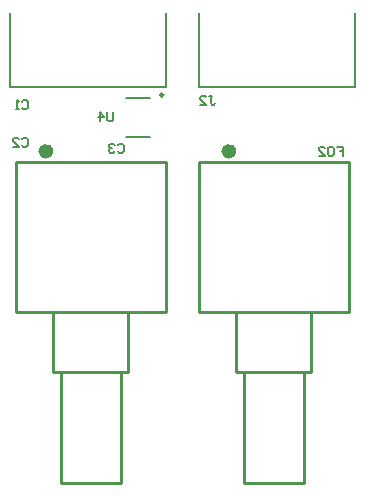
<source format=gbo>
G04*
G04 #@! TF.GenerationSoftware,Altium Limited,Altium Designer,20.2.6 (244)*
G04*
G04 Layer_Color=32896*
%FSLAX25Y25*%
%MOIN*%
G70*
G04*
G04 #@! TF.SameCoordinates,C884C1E4-69B8-4AE2-8FFD-ECE4C5FCCFCF*
G04*
G04*
G04 #@! TF.FilePolarity,Positive*
G04*
G01*
G75*
%ADD12C,0.01100*%
%ADD14C,0.00600*%
%ADD15C,0.00500*%
%ADD41C,0.01000*%
%ADD51C,0.03000*%
%ADD52C,0.00800*%
D12*
X151125Y172760D02*
G03*
X151125Y172760I-500J0D01*
G01*
D14*
X138675Y171660D02*
X146575D01*
X138675Y158860D02*
X146575D01*
D15*
X166500Y172500D02*
X167499D01*
X167000D01*
Y170000D01*
X167499Y169501D01*
X167999D01*
X168499Y170000D01*
X163501Y169501D02*
X165500D01*
X163501Y171500D01*
Y172000D01*
X164001Y172500D01*
X165000D01*
X165500Y172000D01*
X208999Y155499D02*
X210999D01*
Y154000D01*
X209999D01*
X210999D01*
Y152500D01*
X206500Y155499D02*
X207500D01*
X208000Y155000D01*
Y153000D01*
X207500Y152500D01*
X206500D01*
X206000Y153000D01*
Y155000D01*
X206500Y155499D01*
X203001Y152500D02*
X205001D01*
X203001Y154500D01*
Y155000D01*
X203501Y155499D01*
X204501D01*
X205001Y155000D01*
X136000Y156000D02*
X136500Y156500D01*
X137499D01*
X137999Y156000D01*
Y154000D01*
X137499Y153500D01*
X136500D01*
X136000Y154000D01*
X135000Y156000D02*
X134500Y156500D01*
X133501D01*
X133001Y156000D01*
Y155500D01*
X133501Y155000D01*
X134001D01*
X133501D01*
X133001Y154500D01*
Y154000D01*
X133501Y153500D01*
X134500D01*
X135000Y154000D01*
X134499Y166999D02*
Y164500D01*
X133999Y164000D01*
X133000D01*
X132500Y164500D01*
Y166999D01*
X130001Y164000D02*
Y166999D01*
X131500Y165500D01*
X129501D01*
X104000Y158000D02*
X104500Y158500D01*
X105499D01*
X105999Y158000D01*
Y156000D01*
X105499Y155500D01*
X104500D01*
X104000Y156000D01*
X101001Y155500D02*
X103000D01*
X101001Y157500D01*
Y158000D01*
X101501Y158500D01*
X102500D01*
X103000Y158000D01*
X104000Y170500D02*
X104500Y171000D01*
X105499D01*
X105999Y170500D01*
Y168500D01*
X105499Y168000D01*
X104500D01*
X104000Y168500D01*
X103000Y168000D02*
X102001D01*
X102500D01*
Y171000D01*
X103000Y170500D01*
D41*
X173000Y150500D02*
X203000D01*
X163000D02*
X173000D01*
X163000Y100500D02*
Y150500D01*
Y100500D02*
X213000D01*
Y150500D01*
X203000D02*
X213000D01*
X175500Y80500D02*
Y100500D01*
Y80500D02*
X200500D01*
Y100500D01*
X177000Y80500D02*
X178000D01*
Y43500D02*
Y80500D01*
Y43500D02*
X198000D01*
Y80500D01*
X137000Y43500D02*
Y80500D01*
X117000Y43500D02*
X137000D01*
X117000D02*
Y80500D01*
X116000D02*
X117000D01*
X139500D02*
Y100500D01*
X114500Y80500D02*
X139500D01*
X114500D02*
Y100500D01*
X142000Y150500D02*
X152000D01*
Y100500D02*
Y150500D01*
X102000Y100500D02*
X152000D01*
X102000D02*
Y150500D01*
X112000D01*
X142000D01*
D51*
X174000Y154000D02*
G03*
X174000Y154000I-1000J0D01*
G01*
X113000D02*
G03*
X113000Y154000I-1000J0D01*
G01*
D52*
X163000Y175500D02*
Y200000D01*
Y175500D02*
X215000D01*
Y200000D01*
X100000Y175500D02*
Y200000D01*
Y175500D02*
X152000D01*
Y200000D01*
M02*

</source>
